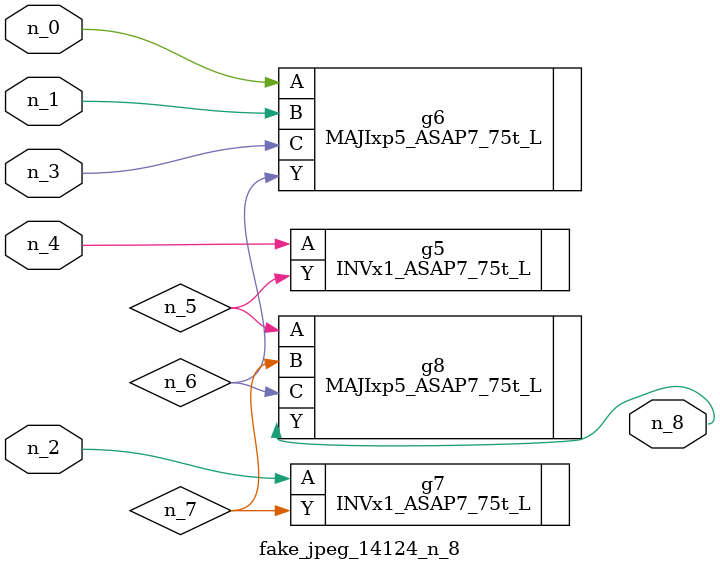
<source format=v>
module fake_jpeg_14124_n_8 (n_3, n_2, n_1, n_0, n_4, n_8);

input n_3;
input n_2;
input n_1;
input n_0;
input n_4;

output n_8;

wire n_6;
wire n_5;
wire n_7;

INVx1_ASAP7_75t_L g5 ( 
.A(n_4),
.Y(n_5)
);

MAJIxp5_ASAP7_75t_L g6 ( 
.A(n_0),
.B(n_1),
.C(n_3),
.Y(n_6)
);

INVx1_ASAP7_75t_L g7 ( 
.A(n_2),
.Y(n_7)
);

MAJIxp5_ASAP7_75t_L g8 ( 
.A(n_5),
.B(n_7),
.C(n_6),
.Y(n_8)
);


endmodule
</source>
